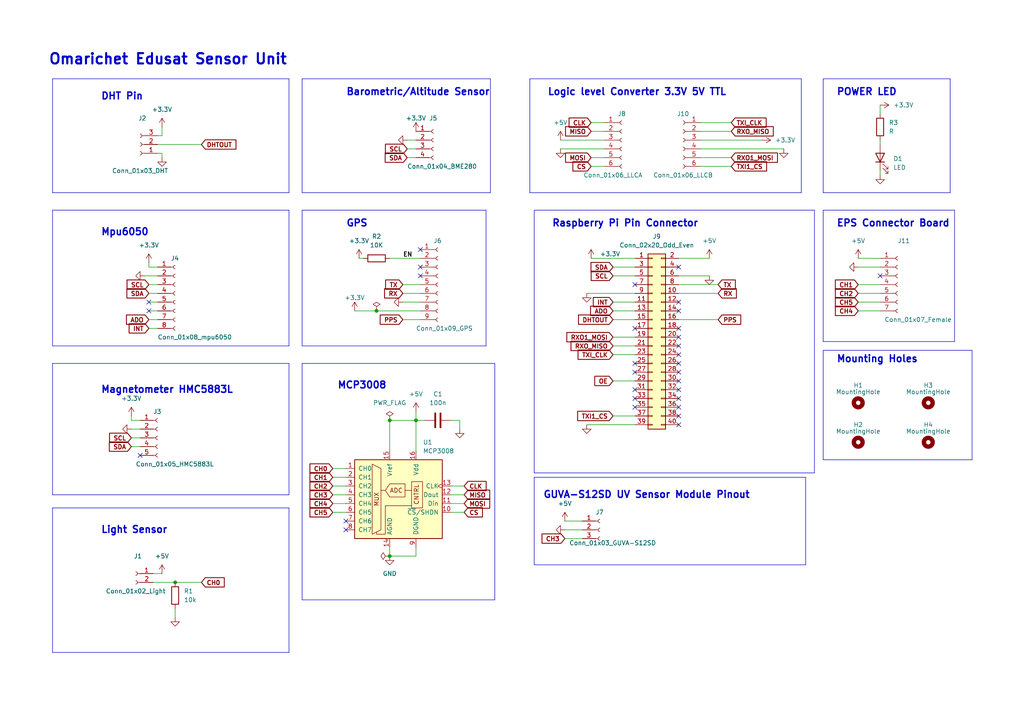
<source format=kicad_sch>
(kicad_sch (version 20230121) (generator eeschema)
  (paper "A4")
  (title_block (title "Edusat Sensor Unit ") (date "2023-01-30") (rev "v1.3") (company "Omarichet.Space") (comment 1 "This design allows for a hands on approach for the learners."))
  (lib_symbols
    (symbol "Analog_ADC:MCP3008" (pin_names (offset 1.016))
      (property "Reference" "U" (at -5.08 13.335 0))
      (property "Value" "MCP3008" (at -5.08 11.43 0))
      (symbol "MCP3008_0_0"
        (text "ADC" (at -0.635 1.27 0) (effects (font (size 1.27 1.27))))
        (text "CNTRL" (at 5.969 -2.921 900) (effects (font (size 1.27 1.27)) (justify left bottom)))
        (text "MUX" (at -6.35 -1.27 900) (effects (font (size 1.27 1.27))))
      )
      (symbol "MCP3008_0_1"
        (polyline (pts (xy -3.81 1.27) (xy -5.08 1.27)))
        (polyline (pts (xy 1.905 1.27) (xy 3.81 1.27)))
        (polyline (pts (xy -7.62 8.89) (xy -7.62 -11.43) (xy -5.08 -10.16) (xy -5.08 7.62) (xy -7.62 8.89)))
        (polyline (pts (xy 3.81 -3.175) (xy -3.81 -3.175) (xy -3.81 -11.43) (xy -6.35 -11.43) (xy -6.35 -10.795)))
        (polyline (pts (xy 1.905 3.175) (xy 1.905 -0.635) (xy -2.54 -0.635) (xy -3.81 1.27) (xy -2.54 3.175) (xy 1.905 3.175)))
        (rectangle (start 3.81 -3.81) (end 6.985 3.81))
        (rectangle (start 12.7 -12.7) (end -12.7 10.16) (stroke (width 0.254)) (fill (type background)))
      )
      (symbol "MCP3008_1_1"
        (pin input line (at -15.24 7.62 0) (length 2.54) (name "CH0") (number "1"))
        (pin input line (at 15.24 -5.08 180) (length 2.54) (name "~{CS}/SHDN") (number "10"))
        (pin input line (at 15.24 -2.54 180) (length 2.54) (name "Din") (number "11"))
        (pin output line (at 15.24 0 180) (length 2.54) (name "Dout") (number "12"))
        (pin input clock (at 15.24 2.54 180) (length 2.54) (name "CLK") (number "13"))
        (pin power_in line (at -2.54 -15.24 90) (length 2.54) (name "AGND") (number "14"))
        (pin power_in line (at -2.54 12.7 270) (length 2.54) (name "Vref") (number "15"))
        (pin power_in line (at 5.08 12.7 270) (length 2.54) (name "Vdd") (number "16"))
        (pin input line (at -15.24 5.08 0) (length 2.54) (name "CH1") (number "2"))
        (pin input line (at -15.24 2.54 0) (length 2.54) (name "CH2") (number "3"))
        (pin input line (at -15.24 0 0) (length 2.54) (name "CH3") (number "4"))
        (pin input line (at -15.24 -2.54 0) (length 2.54) (name "CH4") (number "5"))
        (pin input line (at -15.24 -5.08 0) (length 2.54) (name "CH5") (number "6"))
        (pin input line (at -15.24 -7.62 0) (length 2.54) (name "CH6") (number "7"))
        (pin input line (at -15.24 -10.16 0) (length 2.54) (name "CH7") (number "8"))
        (pin power_in line (at 5.08 -15.24 90) (length 2.54) (name "DGND") (number "9"))
      )
    )
    (symbol "Connector:Conn_01x02_Female" (pin_names (offset 1.016) hide)
      (property "Reference" "J" (at 0 2.54 0))
      (property "Value" "Conn_01x02_Female" (at 0 -5.08 0))
      (symbol "Conn_01x02_Female_1_1"
        (arc (start 0 -2.032) (mid -0.5058 -2.54) (end 0 -3.048) (stroke (width 0.1524)))
        (polyline (pts (xy -1.27 -2.54) (xy -0.508 -2.54)) (stroke (width 0.1524)))
        (polyline (pts (xy -1.27 0) (xy -0.508 0)) (stroke (width 0.1524)))
        (arc (start 0 0.508) (mid -0.5058 0) (end 0 -0.508) (stroke (width 0.1524)))
        (pin passive line (at -5.08 0 0) (length 3.81) (name "Pin_1") (number "1"))
        (pin passive line (at -5.08 -2.54 0) (length 3.81) (name "Pin_2") (number "2"))
      )
    )
    (symbol "Connector:Conn_01x03_Female" (pin_names (offset 1.016) hide)
      (property "Reference" "J" (at 0 5.08 0))
      (property "Value" "Conn_01x03_Female" (at 0 -5.08 0))
      (symbol "Conn_01x03_Female_1_1"
        (arc (start 0 -2.032) (mid -0.5058 -2.54) (end 0 -3.048) (stroke (width 0.1524)))
        (polyline (pts (xy -1.27 -2.54) (xy -0.508 -2.54)) (stroke (width 0.1524)))
        (polyline (pts (xy -1.27 0) (xy -0.508 0)) (stroke (width 0.1524)))
        (polyline (pts (xy -1.27 2.54) (xy -0.508 2.54)) (stroke (width 0.1524)))
        (arc (start 0 0.508) (mid -0.5058 0) (end 0 -0.508) (stroke (width 0.1524)))
        (arc (start 0 3.048) (mid -0.5058 2.54) (end 0 2.032) (stroke (width 0.1524)))
        (pin passive line (at -5.08 2.54 0) (length 3.81) (name "Pin_1") (number "1"))
        (pin passive line (at -5.08 0 0) (length 3.81) (name "Pin_2") (number "2"))
        (pin passive line (at -5.08 -2.54 0) (length 3.81) (name "Pin_3") (number "3"))
      )
    )
    (symbol "Connector:Conn_01x04_Female" (pin_names (offset 1.016) hide)
      (property "Reference" "J" (at 0 5.08 0))
      (property "Value" "Conn_01x04_Female" (at 0 -7.62 0))
      (symbol "Conn_01x04_Female_1_1"
        (arc (start 0 -4.572) (mid -0.5058 -5.08) (end 0 -5.588) (stroke (width 0.1524)))
        (arc (start 0 -2.032) (mid -0.5058 -2.54) (end 0 -3.048) (stroke (width 0.1524)))
        (polyline (pts (xy -1.27 -5.08) (xy -0.508 -5.08)) (stroke (width 0.1524)))
        (polyline (pts (xy -1.27 -2.54) (xy -0.508 -2.54)) (stroke (width 0.1524)))
        (polyline (pts (xy -1.27 0) (xy -0.508 0)) (stroke (width 0.1524)))
        (polyline (pts (xy -1.27 2.54) (xy -0.508 2.54)) (stroke (width 0.1524)))
        (arc (start 0 0.508) (mid -0.5058 0) (end 0 -0.508) (stroke (width 0.1524)))
        (arc (start 0 3.048) (mid -0.5058 2.54) (end 0 2.032) (stroke (width 0.1524)))
        (pin passive line (at -5.08 2.54 0) (length 3.81) (name "Pin_1") (number "1"))
        (pin passive line (at -5.08 0 0) (length 3.81) (name "Pin_2") (number "2"))
        (pin passive line (at -5.08 -2.54 0) (length 3.81) (name "Pin_3") (number "3"))
        (pin passive line (at -5.08 -5.08 0) (length 3.81) (name "Pin_4") (number "4"))
      )
    )
    (symbol "Connector:Conn_01x05_Female" (pin_names (offset 1.016) hide)
      (property "Reference" "J" (at 0 7.62 0))
      (property "Value" "Conn_01x05_Female" (at 0 -7.62 0))
      (symbol "Conn_01x05_Female_1_1"
        (arc (start 0 -4.572) (mid -0.5058 -5.08) (end 0 -5.588) (stroke (width 0.1524)))
        (arc (start 0 -2.032) (mid -0.5058 -2.54) (end 0 -3.048) (stroke (width 0.1524)))
        (polyline (pts (xy -1.27 -5.08) (xy -0.508 -5.08)) (stroke (width 0.1524)))
        (polyline (pts (xy -1.27 -2.54) (xy -0.508 -2.54)) (stroke (width 0.1524)))
        (polyline (pts (xy -1.27 0) (xy -0.508 0)) (stroke (width 0.1524)))
        (polyline (pts (xy -1.27 2.54) (xy -0.508 2.54)) (stroke (width 0.1524)))
        (polyline (pts (xy -1.27 5.08) (xy -0.508 5.08)) (stroke (width 0.1524)))
        (arc (start 0 0.508) (mid -0.5058 0) (end 0 -0.508) (stroke (width 0.1524)))
        (arc (start 0 3.048) (mid -0.5058 2.54) (end 0 2.032) (stroke (width 0.1524)))
        (arc (start 0 5.588) (mid -0.5058 5.08) (end 0 4.572) (stroke (width 0.1524)))
        (pin passive line (at -5.08 5.08 0) (length 3.81) (name "Pin_1") (number "1"))
        (pin passive line (at -5.08 2.54 0) (length 3.81) (name "Pin_2") (number "2"))
        (pin passive line (at -5.08 0 0) (length 3.81) (name "Pin_3") (number "3"))
        (pin passive line (at -5.08 -2.54 0) (length 3.81) (name "Pin_4") (number "4"))
        (pin passive line (at -5.08 -5.08 0) (length 3.81) (name "Pin_5") (number "5"))
      )
    )
    (symbol "Connector:Conn_01x06_Female" (pin_names (offset 1.016) hide)
      (property "Reference" "J" (at 0 7.62 0))
      (property "Value" "Conn_01x06_Female" (at 0 -10.16 0))
      (symbol "Conn_01x06_Female_1_1"
        (arc (start 0 -7.112) (mid -0.5058 -7.62) (end 0 -8.128) (stroke (width 0.1524)))
        (arc (start 0 -4.572) (mid -0.5058 -5.08) (end 0 -5.588) (stroke (width 0.1524)))
        (arc (start 0 -2.032) (mid -0.5058 -2.54) (end 0 -3.048) (stroke (width 0.1524)))
        (polyline (pts (xy -1.27 -7.62) (xy -0.508 -7.62)) (stroke (width 0.1524)))
        (polyline (pts (xy -1.27 -5.08) (xy -0.508 -5.08)) (stroke (width 0.1524)))
        (polyline (pts (xy -1.27 -2.54) (xy -0.508 -2.54)) (stroke (width 0.1524)))
        (polyline (pts (xy -1.27 0) (xy -0.508 0)) (stroke (width 0.1524)))
        (polyline (pts (xy -1.27 2.54) (xy -0.508 2.54)) (stroke (width 0.1524)))
        (polyline (pts (xy -1.27 5.08) (xy -0.508 5.08)) (stroke (width 0.1524)))
        (arc (start 0 0.508) (mid -0.5058 0) (end 0 -0.508) (stroke (width 0.1524)))
        (arc (start 0 3.048) (mid -0.5058 2.54) (end 0 2.032) (stroke (width 0.1524)))
        (arc (start 0 5.588) (mid -0.5058 5.08) (end 0 4.572) (stroke (width 0.1524)))
        (pin passive line (at -5.08 5.08 0) (length 3.81) (name "Pin_1") (number "1"))
        (pin passive line (at -5.08 2.54 0) (length 3.81) (name "Pin_2") (number "2"))
        (pin passive line (at -5.08 0 0) (length 3.81) (name "Pin_3") (number "3"))
        (pin passive line (at -5.08 -2.54 0) (length 3.81) (name "Pin_4") (number "4"))
        (pin passive line (at -5.08 -5.08 0) (length 3.81) (name "Pin_5") (number "5"))
        (pin passive line (at -5.08 -7.62 0) (length 3.81) (name "Pin_6") (number "6"))
      )
    )
    (symbol "Connector:Conn_01x07_Female" (pin_names (offset 1.016) hide)
      (property "Reference" "J" (at 0 10.16 0))
      (property "Value" "Conn_01x07_Female" (at 0 -10.16 0))
      (symbol "Conn_01x07_Female_1_1"
        (arc (start 0 -7.112) (mid -0.5058 -7.62) (end 0 -8.128) (stroke (width 0.1524)))
        (arc (start 0 -4.572) (mid -0.5058 -5.08) (end 0 -5.588) (stroke (width 0.1524)))
        (arc (start 0 -2.032) (mid -0.5058 -2.54) (end 0 -3.048) (stroke (width 0.1524)))
        (polyline (pts (xy -1.27 -7.62) (xy -0.508 -7.62)) (stroke (width 0.1524)))
        (polyline (pts (xy -1.27 -5.08) (xy -0.508 -5.08)) (stroke (width 0.1524)))
        (polyline (pts (xy -1.27 -2.54) (xy -0.508 -2.54)) (stroke (width 0.1524)))
        (polyline (pts (xy -1.27 0) (xy -0.508 0)) (stroke (width 0.1524)))
        (polyline (pts (xy -1.27 2.54) (xy -0.508 2.54)) (stroke (width 0.1524)))
        (polyline (pts (xy -1.27 5.08) (xy -0.508 5.08)) (stroke (width 0.1524)))
        (polyline (pts (xy -1.27 7.62) (xy -0.508 7.62)) (stroke (width 0.1524)))
        (arc (start 0 0.508) (mid -0.5058 0) (end 0 -0.508) (stroke (width 0.1524)))
        (arc (start 0 3.048) (mid -0.5058 2.54) (end 0 2.032) (stroke (width 0.1524)))
        (arc (start 0 5.588) (mid -0.5058 5.08) (end 0 4.572) (stroke (width 0.1524)))
        (arc (start 0 8.128) (mid -0.5058 7.62) (end 0 7.112) (stroke (width 0.1524)))
        (pin passive line (at -5.08 7.62 0) (length 3.81) (name "Pin_1") (number "1"))
        (pin passive line (at -5.08 5.08 0) (length 3.81) (name "Pin_2") (number "2"))
        (pin passive line (at -5.08 2.54 0) (length 3.81) (name "Pin_3") (number "3"))
        (pin passive line (at -5.08 0 0) (length 3.81) (name "Pin_4") (number "4"))
        (pin passive line (at -5.08 -2.54 0) (length 3.81) (name "Pin_5") (number "5"))
        (pin passive line (at -5.08 -5.08 0) (length 3.81) (name "Pin_6") (number "6"))
        (pin passive line (at -5.08 -7.62 0) (length 3.81) (name "Pin_7") (number "7"))
      )
    )
    (symbol "Connector:Conn_01x08_Female" (pin_names (offset 1.016) hide)
      (property "Reference" "J" (at 0 10.16 0))
      (property "Value" "Conn_01x08_Female" (at 0 -12.7 0))
      (symbol "Conn_01x08_Female_1_1"
        (arc (start 0 -9.652) (mid -0.5058 -10.16) (end 0 -10.668) (stroke (width 0.1524)))
        (arc (start 0 -7.112) (mid -0.5058 -7.62) (end 0 -8.128) (stroke (width 0.1524)))
        (arc (start 0 -4.572) (mid -0.5058 -5.08) (end 0 -5.588) (stroke (width 0.1524)))
        (arc (start 0 -2.032) (mid -0.5058 -2.54) (end 0 -3.048) (stroke (width 0.1524)))
        (polyline (pts (xy -1.27 -10.16) (xy -0.508 -10.16)) (stroke (width 0.1524)))
        (polyline (pts (xy -1.27 -7.62) (xy -0.508 -7.62)) (stroke (width 0.1524)))
        (polyline (pts (xy -1.27 -5.08) (xy -0.508 -5.08)) (stroke (width 0.1524)))
        (polyline (pts (xy -1.27 -2.54) (xy -0.508 -2.54)) (stroke (width 0.1524)))
        (polyline (pts (xy -1.27 0) (xy -0.508 0)) (stroke (width 0.1524)))
        (polyline (pts (xy -1.27 2.54) (xy -0.508 2.54)) (stroke (width 0.1524)))
        (polyline (pts (xy -1.27 5.08) (xy -0.508 5.08)) (stroke (width 0.1524)))
        (polyline (pts (xy -1.27 7.62) (xy -0.508 7.62)) (stroke (width 0.1524)))
        (arc (start 0 0.508) (mid -0.5058 0) (end 0 -0.508) (stroke (width 0.1524)))
        (arc (start 0 3.048) (mid -0.5058 2.54) (end 0 2.032) (stroke (width 0.1524)))
        (arc (start 0 5.588) (mid -0.5058 5.08) (end 0 4.572) (stroke (width 0.1524)))
        (arc (start 0 8.128) (mid -0.5058 7.62) (end 0 7.112) (stroke (width 0.1524)))
        (pin passive line (at -5.08 7.62 0) (length 3.81) (name "Pin_1") (number "1"))
        (pin passive line (at -5.08 5.08 0) (length 3.81) (name "Pin_2") (number "2"))
        (pin passive line (at -5.08 2.54 0) (length 3.81) (name "Pin_3") (number "3"))
        (pin passive line (at -5.08 0 0) (length 3.81) (name "Pin_4") (number "4"))
        (pin passive line (at -5.08 -2.54 0) (length 3.81) (name "Pin_5") (number "5"))
        (pin passive line (at -5.08 -5.08 0) (length 3.81) (name "Pin_6") (number "6"))
        (pin passive line (at -5.08 -7.62 0) (length 3.81) (name "Pin_7") (number "7"))
        (pin passive line (at -5.08 -10.16 0) (length 3.81) (name "Pin_8") (number "8"))
      )
    )
    (symbol "Connector:Conn_01x09_Female" (pin_names (offset 1.016) hide)
      (property "Reference" "J" (at 0 12.7 0))
      (property "Value" "Conn_01x09_Female" (at 0 -12.7 0))
      (symbol "Conn_01x09_Female_1_1"
        (arc (start 0 -9.652) (mid -0.5058 -10.16) (end 0 -10.668) (stroke (width 0.1524)))
        (arc (start 0 -7.112) (mid -0.5058 -7.62) (end 0 -8.128) (stroke (width 0.1524)))
        (arc (start 0 -4.572) (mid -0.5058 -5.08) (end 0 -5.588) (stroke (width 0.1524)))
        (arc (start 0 -2.032) (mid -0.5058 -2.54) (end 0 -3.048) (stroke (width 0.1524)))
        (polyline (pts (xy -1.27 -10.16) (xy -0.508 -10.16)) (stroke (width 0.1524)))
        (polyline (pts (xy -1.27 -7.62) (xy -0.508 -7.62)) (stroke (width 0.1524)))
        (polyline (pts (xy -1.27 -5.08) (xy -0.508 -5.08)) (stroke (width 0.1524)))
        (polyline (pts (xy -1.27 -2.54) (xy -0.508 -2.54)) (stroke (width 0.1524)))
        (polyline (pts (xy -1.27 0) (xy -0.508 0)) (stroke (width 0.1524)))
        (polyline (pts (xy -1.27 2.54) (xy -0.508 2.54)) (stroke (width 0.1524)))
        (polyline (pts (xy -1.27 5.08) (xy -0.508 5.08)) (stroke (width 0.1524)))
        (polyline (pts (xy -1.27 7.62) (xy -0.508 7.62)) (stroke (width 0.1524)))
        (polyline (pts (xy -1.27 10.16) (xy -0.508 10.16)) (stroke (width 0.1524)))
        (arc (start 0 0.508) (mid -0.5058 0) (end 0 -0.508) (stroke (width 0.1524)))
        (arc (start 0 3.048) (mid -0.5058 2.54) (end 0 2.032) (stroke (width 0.1524)))
        (arc (start 0 5.588) (mid -0.5058 5.08) (end 0 4.572) (stroke (width 0.1524)))
        (arc (start 0 8.128) (mid -0.5058 7.62) (end 0 7.112) (stroke (width 0.1524)))
        (arc (start 0 10.668) (mid -0.5058 10.16) (end 0 9.652) (stroke (width 0.1524)))
        (pin passive line (at -5.08 10.16 0) (length 3.81) (name "Pin_1") (number "1"))
        (pin passive line (at -5.08 7.62 0) (length 3.81) (name "Pin_2") (number "2"))
        (pin passive line (at -5.08 5.08 0) (length 3.81) (name "Pin_3") (number "3"))
        (pin passive line (at -5.08 2.54 0) (length 3.81) (name "Pin_4") (number "4"))
        (pin passive line (at -5.08 0 0) (length 3.81) (name "Pin_5") (number "5"))
        (pin passive line (at -5.08 -2.54 0) (length 3.81) (name "Pin_6") (number "6"))
        (pin passive line (at -5.08 -5.08 0) (length 3.81) (name "Pin_7") (number "7"))
        (pin passive line (at -5.08 -7.62 0) (length 3.81) (name "Pin_8") (number "8"))
        (pin passive line (at -5.08 -10.16 0) (length 3.81) (name "Pin_9") (number "9"))
      )
    )
    (symbol "Connector_Generic:Conn_02x20_Odd_Even" (pin_names (offset 1.016) hide)
      (property "Reference" "J" (at 1.27 25.4 0))
      (property "Value" "Conn_02x20_Odd_Even" (at 1.27 -27.94 0))
      (symbol "Conn_02x20_Odd_Even_1_1"
        (rectangle (start -1.27 -25.273) (end 0 -25.527) (stroke (width 0.1524)))
        (rectangle (start -1.27 -22.733) (end 0 -22.987) (stroke (width 0.1524)))
        (rectangle (start -1.27 -20.193) (end 0 -20.447) (stroke (width 0.1524)))
        (rectangle (start -1.27 -17.653) (end 0 -17.907) (stroke (width 0.1524)))
        (rectangle (start -1.27 -15.113) (end 0 -15.367) (stroke (width 0.1524)))
        (rectangle (start -1.27 -12.573) (end 0 -12.827) (stroke (width 0.1524)))
        (rectangle (start -1.27 -10.033) (end 0 -10.287) (stroke (width 0.1524)))
        (rectangle (start -1.27 -7.493) (end 0 -7.747) (stroke (width 0.1524)))
        (rectangle (start -1.27 -4.953) (end 0 -5.207) (stroke (width 0.1524)))
        (rectangle (start -1.27 -2.413) (end 0 -2.667) (stroke (width 0.1524)))
        (rectangle (start -1.27 0.127) (end 0 -0.127) (stroke (width 0.1524)))
        (rectangle (start -1.27 2.667) (end 0 2.413) (stroke (width 0.1524)))
        (rectangle (start -1.27 5.207) (end 0 4.953) (stroke (width 0.1524)))
        (rectangle (start -1.27 7.747) (end 0 7.493) (stroke (width 0.1524)))
        (rectangle (start -1.27 10.287) (end 0 10.033) (stroke (width 0.1524)))
        (rectangle (start -1.27 12.827) (end 0 12.573) (stroke (width 0.1524)))
        (rectangle (start -1.27 15.367) (end 0 15.113) (stroke (width 0.1524)))
        (rectangle (start -1.27 17.907) (end 0 17.653) (stroke (width 0.1524)))
        (rectangle (start -1.27 20.447) (end 0 20.193) (stroke (width 0.1524)))
        (rectangle (start -1.27 22.987) (end 0 22.733) (stroke (width 0.1524)))
        (rectangle (start -1.27 24.13) (end 3.81 -26.67) (stroke (width 0.254)) (fill (type background)))
        (rectangle (start 3.81 -25.273) (end 2.54 -25.527) (stroke (width 0.1524)))
        (rectangle (start 3.81 -22.733) (end 2.54 -22.987) (stroke (width 0.1524)))
        (rectangle (start 3.81 -20.193) (end 2.54 -20.447) (stroke (width 0.1524)))
        (rectangle (start 3.81 -17.653) (end 2.54 -17.907) (stroke (width 0.1524)))
        (rectangle (start 3.81 -15.113) (end 2.54 -15.367) (stroke (width 0.1524)))
        (rectangle (start 3.81 -12.573) (end 2.54 -12.827) (stroke (width 0.1524)))
        (rectangle (start 3.81 -10.033) (end 2.54 -10.287) (stroke (width 0.1524)))
        (rectangle (start 3.81 -7.493) (end 2.54 -7.747) (stroke (width 0.1524)))
        (rectangle (start 3.81 -4.953) (end 2.54 -5.207) (stroke (width 0.1524)))
        (rectangle (start 3.81 -2.413) (end 2.54 -2.667) (stroke (width 0.1524)))
        (rectangle (start 3.81 0.127) (end 2.54 -0.127) (stroke (width 0.1524)))
        (rectangle (start 3.81 2.667) (end 2.54 2.413) (stroke (width 0.1524)))
        (rectangle (start 3.81 5.207) (end 2.54 4.953) (stroke (width 0.1524)))
        (rectangle (start 3.81 7.747) (end 2.54 7.493) (stroke (width 0.1524)))
        (rectangle (start 3.81 10.287) (end 2.54 10.033) (stroke (width 0.1524)))
        (rectangle (start 3.81 12.827) (end 2.54 12.573) (stroke (width 0.1524)))
        (rectangle (start 3.81 15.367) (end 2.54 15.113) (stroke (width 0.1524)))
        (rectangle (start 3.81 17.907) (end 2.54 17.653) (stroke (width 0.1524)))
        (rectangle (start 3.81 20.447) (end 2.54 20.193) (stroke (width 0.1524)))
        (rectangle (start 3.81 22.987) (end 2.54 22.733) (stroke (width 0.1524)))
        (pin passive line (at -5.08 22.86 0) (length 3.81) (name "Pin_1") (number "1"))
        (pin passive line (at 7.62 12.7 180) (length 3.81) (name "Pin_10") (number "10"))
        (pin passive line (at -5.08 10.16 0) (length 3.81) (name "Pin_11") (number "11"))
        (pin passive line (at 7.62 10.16 180) (length 3.81) (name "Pin_12") (number "12"))
        (pin passive line (at -5.08 7.62 0) (length 3.81) (name "Pin_13") (number "13"))
        (pin passive line (at 7.62 7.62 180) (length 3.81) (name "Pin_14") (number "14"))
        (pin passive line (at -5.08 5.08 0) (length 3.81) (name "Pin_15") (number "15"))
        (pin passive line (at 7.62 5.08 180) (length 3.81) (name "Pin_16") (number "16"))
        (pin passive line (at -5.08 2.54 0) (length 3.81) (name "Pin_17") (number "17"))
        (pin passive line (at 7.62 2.54 180) (length 3.81) (name "Pin_18") (number "18"))
        (pin passive line (at -5.08 0 0) (length 3.81) (name "Pin_19") (number "19"))
        (pin passive line (at 7.62 22.86 180) (length 3.81) (name "Pin_2") (number "2"))
        (pin passive line (at 7.62 0 180) (length 3.81) (name "Pin_20") (number "20"))
        (pin passive line (at -5.08 -2.54 0) (length 3.81) (name "Pin_21") (number "21"))
        (pin passive line (at 7.62 -2.54 180) (length 3.81) (name "Pin_22") (number "22"))
        (pin passive line (at -5.08 -5.08 0) (length 3.81) (name "Pin_23") (number "23"))
        (pin passive line (at 7.62 -5.08 180) (length 3.81) (name "Pin_24") (number "24"))
        (pin passive line (at -5.08 -7.62 0) (length 3.81) (name "Pin_25") (number "25"))
        (pin passive line (at 7.62 -7.62 180) (length 3.81) (name "Pin_26") (number "26"))
        (pin passive line (at -5.08 -10.16 0) (length 3.81) (name "Pin_27") (number "27"))
        (pin passive line (at 7.62 -10.16 180) (length 3.81) (name "Pin_28") (number "28"))
        (pin passive line (at -5.08 -12.7 0) (length 3.81) (name "Pin_29") (number "29"))
        (pin passive line (at -5.08 20.32 0) (length 3.81) (name "Pin_3") (number "3"))
        (pin passive line (at 7.62 -12.7 180) (length 3.81) (name "Pin_30") (number "30"))
        (pin passive line (at -5.08 -15.24 0) (length 3.81) (name "Pin_31") (number "31"))
        (pin passive line (at 7.62 -15.24 180) (length 3.81) (name "Pin_32") (number "32"))
        (pin passive line (at -5.08 -17.78 0) (length 3.81) (name "Pin_33") (number "33"))
        (pin passive line (at 7.62 -17.78 180) (length 3.81) (name "Pin_34") (number "34"))
        (pin passive line (at -5.08 -20.32 0) (length 3.81) (name "Pin_35") (number "35"))
        (pin passive line (at 7.62 -20.32 180) (length 3.81) (name "Pin_36") (number "36"))
        (pin passive line (at -5.08 -22.86 0) (length 3.81) (name "Pin_37") (number "37"))
        (pin passive line (at 7.62 -22.86 180) (length 3.81) (name "Pin_38") (number "38"))
        (pin passive line (at -5.08 -25.4 0) (length 3.81) (name "Pin_39") (number "39"))
        (pin passive line (at 7.62 20.32 180) (length 3.81) (name "Pin_4") (number "4"))
        (pin passive line (at 7.62 -25.4 180) (length 3.81) (name "Pin_40") (number "40"))
        (pin passive line (at -5.08 17.78 0) (length 3.81) (name "Pin_5") (number "5"))
        (pin passive line (at 7.62 17.78 180) (length 3.81) (name "Pin_6") (number "6"))
        (pin passive line (at -5.08 15.24 0) (length 3.81) (name "Pin_7") (number "7"))
        (pin passive line (at 7.62 15.24 180) (length 3.81) (name "Pin_8") (number "8"))
        (pin passive line (at -5.08 12.7 0) (length 3.81) (name "Pin_9") (number "9"))
      )
    )
    (symbol "Device:C" (pin_numbers hide) (pin_names (offset 0.254))
      (property "Reference" "C" (at 0.635 2.54 0))
      (property "Value" "C" (at 0.635 -2.54 0))
      (symbol "C_0_1"
        (polyline (pts (xy -2.032 -0.762) (xy 2.032 -0.762)) (stroke (width 0.508)))
        (polyline (pts (xy -2.032 0.762) (xy 2.032 0.762)) (stroke (width 0.508)))
      )
      (symbol "C_1_1"
        (pin passive line (at 0 3.81 270) (length 2.794) (name "~") (number "1"))
        (pin passive line (at 0 -3.81 90) (length 2.794) (name "~") (number "2"))
      )
    )
    (symbol "Device:LED" (pin_numbers hide) (pin_names (offset 1.016) hide)
      (property "Reference" "D" (at 0 2.54 0))
      (property "Value" "LED" (at 0 -2.54 0))
      (symbol "LED_0_1"
        (polyline (pts (xy -1.27 -1.27) (xy -1.27 1.27)) (stroke (width 0.254)))
        (polyline (pts (xy -1.27 0) (xy 1.27 0)))
        (polyline (pts (xy 1.27 -1.27) (xy 1.27 1.27) (xy -1.27 0) (xy 1.27 -1.27)) (stroke (width 0.254)))
        (polyline (pts (xy -3.048 -0.762) (xy -4.572 -2.286) (xy -3.81 -2.286) (xy -4.572 -2.286) (xy -4.572 -1.524)))
        (polyline (pts (xy -1.778 -0.762) (xy -3.302 -2.286) (xy -2.54 -2.286) (xy -3.302 -2.286) (xy -3.302 -1.524)))
      )
      (symbol "LED_1_1"
        (pin passive line (at -3.81 0 0) (length 2.54) (name "K") (number "1"))
        (pin passive line (at 3.81 0 180) (length 2.54) (name "A") (number "2"))
      )
    )
    (symbol "Device:R" (pin_numbers hide) (pin_names (offset 0))
      (property "Reference" "R" (at 2.032 0 90))
      (property "Value" "R" (at 0 0 90))
      (symbol "R_0_1"
        (rectangle (start -1.016 -2.54) (end 1.016 2.54) (stroke (width 0.254)))
      )
      (symbol "R_1_1"
        (pin passive line (at 0 3.81 270) (length 1.27) (name "~") (number "1"))
        (pin passive line (at 0 -3.81 90) (length 1.27) (name "~") (number "2"))
      )
    )
    (symbol "Mechanical:MountingHole" (pin_names (offset 1.016))
      (property "Reference" "H" (at 0 5.08 0))
      (property "Value" "MountingHole" (at 0 3.175 0))
      (symbol "MountingHole_0_1"
        (circle (center 0 0) (radius 1.27) (stroke (width 1.27)))
      )
    )
    (symbol "power:+3.3V" (power) (pin_names (offset 0))
      (property "Value" "+3.3V" (at 0 3.556 0))
      (symbol "+3.3V_0_1"
        (polyline (pts (xy -0.762 1.27) (xy 0 2.54)))
        (polyline (pts (xy 0 0) (xy 0 2.54)))
        (polyline (pts (xy 0 2.54) (xy 0.762 1.27)))
      )
      (symbol "+3.3V_1_1"
        (pin power_in line (at 0 0 90) (length 0) hide (name "+3.3V") (number "1"))
      )
    )
    (symbol "power:+5V" (power) (pin_names (offset 0))
      (property "Value" "+5V" (at 0 3.556 0))
      (symbol "+5V_0_1"
        (polyline (pts (xy -0.762 1.27) (xy 0 2.54)))
        (polyline (pts (xy 0 0) (xy 0 2.54)))
        (polyline (pts (xy 0 2.54) (xy 0.762 1.27)))
      )
      (symbol "+5V_1_1"
        (pin power_in line (at 0 0 90) (length 0) hide (name "+5V") (number "1"))
      )
    )
    (symbol "power:GND" (power) (pin_names (offset 0))
      (property "Value" "GND" (at 0 -3.81 0))
      (symbol "GND_0_1"
        (polyline (pts (xy 0 0) (xy 0 -1.27) (xy 1.27 -1.27) (xy 0 -2.54) (xy -1.27 -1.27) (xy 0 -1.27)))
      )
      (symbol "GND_1_1"
        (pin power_in line (at 0 0 270) (length 0) hide (name "GND") (number "1"))
      )
    )
    (symbol "power:PWR_FLAG" (power) (pin_numbers hide) (pin_names (offset 0) hide)
      (property "Value" "PWR_FLAG" (at 0 3.81 0))
      (symbol "PWR_FLAG_0_0"
        (pin power_out line (at 0 0 90) (length 0) (name "pwr") (number "1"))
      )
      (symbol "PWR_FLAG_0_1"
        (polyline (pts (xy 0 0) (xy 0 1.27) (xy -1.016 1.905) (xy 0 2.54) (xy 1.016 1.905) (xy 0 1.27)))
      )
    )
  )
  (junction (at 109.22 90.17))
  (junction (at 113.03 121.92))
  (junction (at 120.65 121.92))
  (junction (at 113.03 161.29))
  (junction (at 50.8 168.91))
  (no_connect (at 121.92 72.39))
  (no_connect (at 121.92 77.47))
  (no_connect (at 121.92 80.01))
  (no_connect (at 196.85 113.03))
  (no_connect (at 196.85 120.65))
  (no_connect (at 196.85 107.95))
  (no_connect (at 100.33 153.67))
  (no_connect (at 100.33 151.13))
  (no_connect (at 40.64 132.08))
  (no_connect (at 196.85 118.11))
  (no_connect (at 196.85 102.87))
  (no_connect (at 196.85 90.17))
  (no_connect (at 184.15 118.11))
  (no_connect (at 184.15 95.25))
  (no_connect (at 196.85 123.19))
  (no_connect (at 184.15 107.95))
  (no_connect (at 196.85 95.25))
  (no_connect (at 196.85 110.49))
  (no_connect (at 196.85 115.57))
  (no_connect (at 196.85 100.33))
  (no_connect (at 196.85 87.63))
  (no_connect (at 43.18 90.17))
  (no_connect (at 43.18 87.63))
  (no_connect (at 184.15 82.55))
  (no_connect (at 184.15 113.03))
  (no_connect (at 184.15 105.41))
  (no_connect (at 196.85 105.41))
  (no_connect (at 196.85 77.47))
  (no_connect (at 255.27 80.01))
  (no_connect (at 184.15 115.57))
  (no_connect (at 196.85 97.79))
  (polyline (pts (xy 83.82 100.33) (xy 15.24 100.33)))
  (wire (pts (xy 130.81 140.97) (xy 134.62 140.97)))
  (polyline (pts (xy 281.94 133.35) (xy 238.76 133.35)))
  (wire (pts (xy 96.52 140.97) (xy 100.33 140.97)))
  (wire (pts (xy 38.1 120.65) (xy 38.1 121.92)))
  (polyline (pts (xy 143.51 173.99) (xy 87.63 173.99)))
  (wire (pts (xy 43.18 87.63) (xy 45.72 87.63)))
  (polyline (pts (xy 87.63 100.33) (xy 140.97 100.33)))
  (polyline (pts (xy 153.67 55.88) (xy 232.41 55.88)))
  (wire (pts (xy 177.8 90.17) (xy 184.15 90.17)))
  (wire (pts (xy 43.18 90.17) (xy 45.72 90.17)))
  (wire (pts (xy 177.8 80.01) (xy 184.15 80.01)))
  (wire (pts (xy 248.92 74.93) (xy 255.27 74.93)))
  (polyline (pts (xy 238.76 101.6) (xy 281.94 101.6)))
  (wire (pts (xy 130.81 146.05) (xy 134.62 146.05)))
  (wire (pts (xy 177.8 100.33) (xy 184.15 100.33)))
  (wire (pts (xy 43.18 92.71) (xy 45.72 92.71)))
  (polyline (pts (xy 83.82 147.32) (xy 83.82 189.23)))
  (polyline (pts (xy 238.76 22.86) (xy 275.59 22.86)))
  (wire (pts (xy 118.11 43.18) (xy 120.65 43.18)))
  (wire (pts (xy 171.45 35.56) (xy 175.26 35.56)))
  (wire (pts (xy 133.35 121.92) (xy 133.35 124.46)))
  (wire (pts (xy 38.1 121.92) (xy 40.64 121.92)))
  (wire (pts (xy 170.18 123.19) (xy 184.15 123.19)))
  (wire (pts (xy 130.81 148.59) (xy 134.62 148.59)))
  (polyline (pts (xy 238.76 55.88) (xy 275.59 55.88)))
  (wire (pts (xy 113.03 161.29) (xy 120.65 161.29)))
  (wire (pts (xy 96.52 143.51) (xy 100.33 143.51)))
  (polyline (pts (xy 87.63 60.96) (xy 140.97 60.96)))
  (polyline (pts (xy 140.97 100.33) (xy 140.97 60.96)))
  (wire (pts (xy 96.52 146.05) (xy 100.33 146.05)))
  (polyline (pts (xy 276.86 60.96) (xy 276.86 99.06)))
  (wire (pts (xy 96.52 135.89) (xy 100.33 135.89)))
  (polyline (pts (xy 154.94 60.96) (xy 154.94 137.16)))
  (wire (pts (xy 38.1 127) (xy 40.64 127)))
  (wire (pts (xy 203.2 35.56) (xy 212.09 35.56)))
  (wire (pts (xy 248.92 77.47) (xy 255.27 77.47)))
  (polyline (pts (xy 238.76 22.86) (xy 238.76 55.88)))
  (wire (pts (xy 50.8 168.91) (xy 58.42 168.91)))
  (wire (pts (xy 203.2 38.1) (xy 212.09 38.1)))
  (polyline (pts (xy 238.76 101.6) (xy 238.76 133.35)))
  (wire (pts (xy 44.45 168.91) (xy 50.8 168.91)))
  (wire (pts (xy 43.18 82.55) (xy 45.72 82.55)))
  (wire (pts (xy 38.1 129.54) (xy 40.64 129.54)))
  (wire (pts (xy 113.03 158.75) (xy 113.03 161.29)))
  (wire (pts (xy 255.27 49.53) (xy 255.27 50.8)))
  (polyline (pts (xy 233.68 163.83) (xy 233.68 138.43)))
  (wire (pts (xy 130.81 143.51) (xy 134.62 143.51)))
  (wire (pts (xy 177.8 77.47) (xy 184.15 77.47)))
  (polyline (pts (xy 87.63 60.96) (xy 87.63 100.33)))
  (polyline (pts (xy 236.22 137.16) (xy 154.94 137.16)))
  (wire (pts (xy 113.03 74.93) (xy 121.92 74.93)))
  (wire (pts (xy 120.65 161.29) (xy 120.65 158.75)))
  (wire (pts (xy 120.65 121.92) (xy 120.65 130.81)))
  (wire (pts (xy 163.83 151.13) (xy 168.91 151.13)))
  (polyline (pts (xy 276.86 99.06) (xy 238.76 99.06)))
  (polyline (pts (xy 281.94 101.6) (xy 281.94 133.35)))
  (wire (pts (xy 96.52 138.43) (xy 100.33 138.43)))
  (polyline (pts (xy 142.24 22.86) (xy 87.63 22.86)))
  (polyline (pts (xy 15.24 105.41) (xy 83.82 105.41)))
  (wire (pts (xy 248.92 85.09) (xy 255.27 85.09)))
  (wire (pts (xy 45.72 44.45) (xy 46.99 44.45)))
  (wire (pts (xy 171.45 74.93) (xy 184.15 74.93)))
  (polyline (pts (xy 83.82 60.96) (xy 83.82 100.33)))
  (wire (pts (xy 120.65 119.38) (xy 120.65 121.92)))
  (wire (pts (xy 44.45 166.37) (xy 46.99 166.37)))
  (wire (pts (xy 177.8 120.65) (xy 184.15 120.65)))
  (polyline (pts (xy 154.94 163.83) (xy 233.68 163.83)))
  (polyline (pts (xy 15.24 60.96) (xy 15.24 100.33)))
  (polyline (pts (xy 15.24 22.86) (xy 83.82 22.86)))
  (polyline (pts (xy 238.76 60.96) (xy 238.76 99.06)))
  (wire (pts (xy 177.8 97.79) (xy 184.15 97.79)))
  (wire (pts (xy 58.42 41.91) (xy 45.72 41.91)))
  (wire (pts (xy 116.84 82.55) (xy 121.92 82.55)))
  (wire (pts (xy 104.14 74.93) (xy 105.41 74.93)))
  (wire (pts (xy 196.85 80.01) (xy 205.74 80.01)))
  (wire (pts (xy 116.84 87.63) (xy 121.92 87.63)))
  (wire (pts (xy 41.91 80.01) (xy 45.72 80.01)))
  (polyline (pts (xy 87.63 55.88) (xy 142.24 55.88)))
  (polyline (pts (xy 154.94 138.43) (xy 233.68 138.43)))
  (polyline (pts (xy 87.63 105.41) (xy 143.51 105.41)))
  (polyline (pts (xy 236.22 60.96) (xy 236.22 137.16)))
  (wire (pts (xy 203.2 43.18) (xy 227.33 43.18)))
  (wire (pts (xy 102.87 90.17) (xy 109.22 90.17)))
  (wire (pts (xy 163.83 153.67) (xy 168.91 153.67)))
  (wire (pts (xy 43.18 85.09) (xy 45.72 85.09)))
  (wire (pts (xy 255.27 40.64) (xy 255.27 41.91)))
  (wire (pts (xy 203.2 48.26) (xy 212.09 48.26)))
  (polyline (pts (xy 15.24 105.41) (xy 15.24 143.51)))
  (polyline (pts (xy 15.24 22.86) (xy 15.24 55.88)))
  (wire (pts (xy 162.56 43.18) (xy 175.26 43.18)))
  (wire (pts (xy 248.92 87.63) (xy 255.27 87.63)))
  (wire (pts (xy 116.84 92.71) (xy 121.92 92.71)))
  (wire (pts (xy 109.22 90.17) (xy 121.92 90.17)))
  (wire (pts (xy 43.18 95.25) (xy 45.72 95.25)))
  (polyline (pts (xy 232.41 55.88) (xy 232.41 22.86)))
  (wire (pts (xy 196.85 82.55) (xy 208.28 82.55)))
  (wire (pts (xy 162.56 40.64) (xy 175.26 40.64)))
  (wire (pts (xy 203.2 40.64) (xy 220.98 40.64)))
  (wire (pts (xy 118.11 40.64) (xy 120.65 40.64)))
  (wire (pts (xy 255.27 30.48) (xy 255.27 33.02)))
  (polyline (pts (xy 154.94 60.96) (xy 236.22 60.96)))
  (wire (pts (xy 196.85 85.09) (xy 208.28 85.09)))
  (polyline (pts (xy 87.63 105.41) (xy 87.63 173.99)))
  (wire (pts (xy 116.84 85.09) (xy 121.92 85.09)))
  (wire (pts (xy 113.03 130.81) (xy 113.03 121.92)))
  (wire (pts (xy 203.2 45.72) (xy 212.09 45.72)))
  (wire (pts (xy 130.81 121.92) (xy 133.35 121.92)))
  (wire (pts (xy 46.99 39.37) (xy 45.72 39.37)))
  (polyline (pts (xy 15.24 60.96) (xy 83.82 60.96)))
  (wire (pts (xy 177.8 110.49) (xy 184.15 110.49)))
  (polyline (pts (xy 15.24 147.32) (xy 15.24 189.23)))
  (polyline (pts (xy 83.82 105.41) (xy 83.82 143.51)))
  (wire (pts (xy 43.18 76.2) (xy 43.18 77.47)))
  (polyline (pts (xy 83.82 143.51) (xy 15.24 143.51)))
  (wire (pts (xy 163.83 156.21) (xy 168.91 156.21)))
  (polyline (pts (xy 83.82 22.86) (xy 83.82 55.88)))
  (wire (pts (xy 113.03 121.92) (xy 120.65 121.92)))
  (wire (pts (xy 177.8 92.71) (xy 184.15 92.71)))
  (wire (pts (xy 46.99 36.83) (xy 46.99 39.37)))
  (polyline (pts (xy 142.24 55.88) (xy 142.24 22.86)))
  (polyline (pts (xy 87.63 22.86) (xy 87.63 55.88)))
  (wire (pts (xy 118.11 45.72) (xy 120.65 45.72)))
  (wire (pts (xy 43.18 77.47) (xy 45.72 77.47)))
  (polyline (pts (xy 15.24 147.32) (xy 83.82 147.32)))
  (polyline (pts (xy 83.82 55.88) (xy 15.24 55.88)))
  (wire (pts (xy 196.85 74.93) (xy 205.74 74.93)))
  (wire (pts (xy 96.52 148.59) (xy 100.33 148.59)))
  (wire (pts (xy 248.92 82.55) (xy 255.27 82.55)))
  (wire (pts (xy 170.18 85.09) (xy 184.15 85.09)))
  (polyline (pts (xy 154.94 138.43) (xy 154.94 163.83)))
  (wire (pts (xy 50.8 176.53) (xy 50.8 179.07)))
  (wire (pts (xy 171.45 38.1) (xy 175.26 38.1)))
  (polyline (pts (xy 275.59 55.88) (xy 275.59 22.86)))
  (wire (pts (xy 38.1 124.46) (xy 40.64 124.46)))
  (wire (pts (xy 171.45 48.26) (xy 175.26 48.26)))
  (wire (pts (xy 196.85 92.71) (xy 208.28 92.71)))
  (polyline (pts (xy 153.67 22.86) (xy 153.67 55.88)))
  (polyline (pts (xy 153.67 22.86) (xy 232.41 22.86)))
  (wire (pts (xy 120.65 121.92) (xy 123.19 121.92)))
  (wire (pts (xy 248.92 90.17) (xy 255.27 90.17)))
  (wire (pts (xy 177.8 102.87) (xy 184.15 102.87)))
  (polyline (pts (xy 238.76 60.96) (xy 276.86 60.96)))
  (polyline (pts (xy 83.82 189.23) (xy 15.24 189.23)))
  (polyline (pts (xy 143.51 105.41) (xy 143.51 173.99)))
  (wire (pts (xy 46.99 44.45) (xy 46.99 45.72)))
  (wire (pts (xy 171.45 45.72) (xy 175.26 45.72)))
  (wire (pts (xy 177.8 87.63) (xy 184.15 87.63)))
  (text "Light Sensor" (at 29.21 154.94 0) (effects (font (size 2 2) bold) (justify left bottom)))
  (text "Omarichet Edusat Sensor Unit" (at 13.97 19.05 0) (effects (font (size 3 3) bold) (justify left bottom)))
  (text "GUVA-S12SD UV Sensor Module Pinout" (at 157.48 144.78 0) (effects (font (size 2 2) bold) (justify left bottom)))
  (text "POWER LED" (at 242.57 27.94 0) (effects (font (size 2 2) (thickness 0.4) bold) (justify left bottom)))
  (text "GPS" (at 100.33 66.04 0) (effects (font (size 2 2) bold) (justify left bottom)))
  (text "MCP3008" (at 97.79 113.03 0) (effects (font (size 2 2) bold) (justify left bottom)))
  (text "Barometric/Altitude Sensor" (at 100.33 27.94 0) (effects (font (size 2 2) bold) (justify left bottom)))
  (text "Mpu6050" (at 29.21 68.58 0) (effects (font (size 2 2) bold) (justify left bottom)))
  (text "Raspberry Pi Pin Connector" (at 160.02 66.04 0) (effects (font (size 2 2) bold) (justify left bottom)))
  (text "Logic level Converter 3.3V 5V TTL" (at 158.75 27.94 0) (effects (font (size 2 2) bold) (justify left bottom)))
  (text "Magnetometer HMC5883L" (at 29.21 114.3 0) (effects (font (size 2 2) bold) (justify left bottom)))
  (text "EPS Connector Board" (at 242.57 66.04 0) (effects (font (size 2 2) (thickness 0.4) bold) (justify left bottom)))
  (text "Mounting Holes" (at 242.57 105.41 0) (effects (font (size 2 2) bold) (justify left bottom)))
  (text "DHT Pin" (at 29.21 29.21 0) (effects (font (size 2 2) bold) (justify left bottom)))
  (label "EN" (at 116.84 74.93 0) (effects (font bold)))
  (global_label "MOSI" (shape input) (at 134.62 146.05 0) (effects (font bold)) (property "Intersheetrefs" "${INTERSHEET_REFS}" (effects hide)))
  (global_label "TXI1_CS" (shape input) (at 177.8 120.65 180) (effects (font bold)) (property "Intersheetrefs" "${INTERSHEET_REFS}" (effects hide)))
  (global_label "TXI1_CS" (shape input) (at 212.09 48.26 0) (effects (font bold)) (property "Intersheetrefs" "${INTERSHEET_REFS}" (effects hide)))
  (global_label "CH3" (shape input) (at 163.83 156.21 180) (effects (font bold)) (property "Intersheetrefs" "${INTERSHEET_REFS}" (effects hide)))
  (global_label "CH5" (shape input) (at 248.92 87.63 180) (effects (font bold)) (property "Intersheetrefs" "${INTERSHEET_REFS}" (effects hide)))
  (global_label "CH4" (shape input) (at 248.92 90.17 180) (effects (font bold)) (property "Intersheetrefs" "${INTERSHEET_REFS}" (effects hide)))
  (global_label "CLK" (shape input) (at 134.62 140.97 0) (effects (font bold)) (property "Intersheetrefs" "${INTERSHEET_REFS}" (effects hide)))
  (global_label "TXI_CLK" (shape input) (at 177.8 102.87 180) (effects (font bold)) (property "Intersheetrefs" "${INTERSHEET_REFS}" (effects hide)))
  (global_label "SCL" (shape input) (at 38.1 127 180) (effects (font bold)) (property "Intersheetrefs" "${INTERSHEET_REFS}" (effects hide)))
  (global_label "CH1" (shape input) (at 248.92 82.55 180) (effects (font bold)) (property "Intersheetrefs" "${INTERSHEET_REFS}" (effects hide)))
  (global_label "SDA" (shape input) (at 38.1 129.54 180) (effects (font bold)) (property "Intersheetrefs" "${INTERSHEET_REFS}" (effects hide)))
  (global_label "MISO" (shape input) (at 134.62 143.51 0) (effects (font bold)) (property "Intersheetrefs" "${INTERSHEET_REFS}" (effects hide)))
  (global_label "RXO1_MOSI" (shape input) (at 177.8 97.79 180) (effects (font bold)) (property "Intersheetrefs" "${INTERSHEET_REFS}" (effects hide)))
  (global_label "CH4" (shape input) (at 96.52 146.05 180) (effects (font bold)) (property "Intersheetrefs" "${INTERSHEET_REFS}" (effects hide)))
  (global_label "RX" (shape input) (at 208.28 85.09 0) (effects (font bold)) (property "Intersheetrefs" "${INTERSHEET_REFS}" (effects hide)))
  (global_label "SDA" (shape input) (at 118.11 45.72 180) (effects (font bold)) (property "Intersheetrefs" "${INTERSHEET_REFS}" (effects hide)))
  (global_label "MOSI" (shape input) (at 171.45 45.72 180) (effects (font bold)) (property "Intersheetrefs" "${INTERSHEET_REFS}" (effects hide)))
  (global_label "SCL" (shape input) (at 177.8 80.01 180) (effects (font bold)) (property "Intersheetrefs" "${INTERSHEET_REFS}" (effects hide)))
  (global_label "MISO" (shape input) (at 171.45 38.1 180) (effects (font bold)) (property "Intersheetrefs" "${INTERSHEET_REFS}" (effects hide)))
  (global_label "RXO1_MOSI" (shape input) (at 212.09 45.72 0) (effects (font bold)) (property "Intersheetrefs" "${INTERSHEET_REFS}" (effects hide)))
  (global_label "PPS" (shape input) (at 208.28 92.71 0) (effects (font bold)) (property "Intersheetrefs" "${INTERSHEET_REFS}" (effects hide)))
  (global_label "CS" (shape input) (at 134.62 148.59 0) (effects (font bold)) (property "Intersheetrefs" "${INTERSHEET_REFS}" (effects hide)))
  (global_label "OE" (shape input) (at 177.8 110.49 180) (effects (font (thickness 0.254) bold)) (property "Intersheetrefs" "${INTERSHEET_REFS}" (effects hide)))
  (global_label "CS" (shape input) (at 171.45 48.26 180) (effects (font bold)) (property "Intersheetrefs" "${INTERSHEET_REFS}" (effects hide)))
  (global_label "CH2" (shape input) (at 96.52 140.97 180) (effects (font bold)) (property "Intersheetrefs" "${INTERSHEET_REFS}" (effects hide)))
  (global_label "PPS" (shape input) (at 116.84 92.71 180) (effects (font bold)) (property "Intersheetrefs" "${INTERSHEET_REFS}" (effects hide)))
  (global_label "DHTOUT" (shape input) (at 177.8 92.71 180) (effects (font bold)) (property "Intersheetrefs" "${INTERSHEET_REFS}" (effects hide)))
  (global_label "CH1" (shape input) (at 96.52 138.43 180) (effects (font bold)) (property "Intersheetrefs" "${INTERSHEET_REFS}" (effects hide)))
  (global_label "CH3" (shape input) (at 96.52 143.51 180) (effects (font bold)) (property "Intersheetrefs" "${INTERSHEET_REFS}" (effects hide)))
  (global_label "RXO_MISO" (shape input) (at 177.8 100.33 180) (effects (font bold)) (property "Intersheetrefs" "${INTERSHEET_REFS}" (effects hide)))
  (global_label "CH0" (shape input) (at 96.52 135.89 180) (effects (font bold)) (property "Intersheetrefs" "${INTERSHEET_REFS}" (effects hide)))
  (global_label "INT" (shape input) (at 43.18 95.25 180) (effects (font bold)) (property "Intersheetrefs" "${INTERSHEET_REFS}" (effects hide)))
  (global_label "TX" (shape input) (at 116.84 82.55 180) (effects (font bold)) (property "Intersheetrefs" "${INTERSHEET_REFS}" (effects hide)))
  (global_label "DHTOUT" (shape input) (at 58.42 41.91 0) (effects (font bold)) (property "Intersheetrefs" "${INTERSHEET_REFS}" (effects hide)))
  (global_label "RX" (shape input) (at 116.84 85.09 180) (effects (font bold)) (property "Intersheetrefs" "${INTERSHEET_REFS}" (effects hide)))
  (global_label "SCL" (shape input) (at 118.11 43.18 180) (effects (font bold)) (property "Intersheetrefs" "${INTERSHEET_REFS}" (effects hide)))
  (global_label "INT" (shape input) (at 177.8 87.63 180) (effects (font bold)) (property "Intersheetrefs" "${INTERSHEET_REFS}" (effects hide)))
  (global_label "CH2" (shape input) (at 248.92 85.09 180) (effects (font bold)) (property "Intersheetrefs" "${INTERSHEET_REFS}" (effects hide)))
  (global_label "ADO" (shape input) (at 177.8 90.17 180) (effects (font bold)) (property "Intersheetrefs" "${INTERSHEET_REFS}" (effects hide)))
  (global_label "SCL" (shape input) (at 43.18 82.55 180) (effects (font bold)) (property "Intersheetrefs" "${INTERSHEET_REFS}" (effects hide)))
  (global_label "SDA" (shape input) (at 43.18 85.09 180) (effects (font bold)) (property "Intersheetrefs" "${INTERSHEET_REFS}" (effects hide)))
  (global_label "TX" (shape input) (at 208.28 82.55 0) (effects (font bold)) (property "Intersheetrefs" "${INTERSHEET_REFS}" (effects hide)))
  (global_label "ADO" (shape input) (at 43.18 92.71 180) (effects (font bold)) (property "Intersheetrefs" "${INTERSHEET_REFS}" (effects hide)))
  (global_label "CH5" (shape input) (at 96.52 148.59 180) (effects (font bold)) (property "Intersheetrefs" "${INTERSHEET_REFS}" (effects hide)))
  (global_label "CH0" (shape input) (at 58.42 168.91 0) (effects (font bold)) (property "Intersheetrefs" "${INTERSHEET_REFS}" (effects hide)))
  (global_label "RXO_MISO" (shape input) (at 212.09 38.1 0) (effects (font bold)) (property "Intersheetrefs" "${INTERSHEET_REFS}" (effects hide)))
  (global_label "SDA" (shape input) (at 177.8 77.47 180) (effects (font bold)) (property "Intersheetrefs" "${INTERSHEET_REFS}" (effects hide)))
  (global_label "CLK" (shape input) (at 171.45 35.56 180) (effects (font bold)) (property "Intersheetrefs" "${INTERSHEET_REFS}" (effects hide)))
  (global_label "TXI_CLK" (shape input) (at 212.09 35.56 0) (effects (font bold)) (property "Intersheetrefs" "${INTERSHEET_REFS}" (effects hide)))
  (symbol (lib_id "power:GND") (at 116.84 87.63 270) (mirror x) (unit 1)
    (property "Reference" "#PWR0101" (effects hide))
    (property "Value" "GND" (effects hide))
  )
  (symbol (lib_id "power:PWR_FLAG") (at 109.22 90.17 0) (unit 1)
    (property "Reference" "#FLG0101" (effects hide))
    (property "Value" "PWR_FLAG" (effects hide))
  )
  (symbol (lib_id "Mechanical:MountingHole") (at 269.24 116.84 0) (unit 1)
    (property "Reference" "H3" (at 269.24 111.76 0))
    (property "Value" "MountingHole" (at 269.24 113.665 0))
    (property "Footprint" "MountingHole:MountingHole_3.2mm_M3" (effects hide))
  )
  (symbol (lib_id "Analog_ADC:MCP3008") (at 115.57 143.51 0) (unit 1)
    (property "Reference" "U1" (at 122.6694 128.27 0) (effects (justify left)))
    (property "Value" "MCP3008" (at 122.6694 130.81 0) (effects (justify left)))
    (property "Footprint" "Package_DIP:DIP-16_W7.62mm" (effects hide))
    (property "Datasheet" "http://ww1.microchip.com/downloads/en/DeviceDoc/21295d.pdf" (effects hide))
  )
  (symbol (lib_id "Connector:Conn_01x06_Female") (at 198.12 40.64 0) (mirror y) (unit 1)
    (property "Reference" "J10" (at 198.12 33.02 0))
    (property "Value" "Conn_01x06_LLCB" (at 198.12 50.8 0))
    (property "Footprint" "Connector_PinSocket_2.54mm:PinSocket_1x06_P2.54mm_Vertical" (effects hide))
  )
  (symbol (lib_id "power:PWR_FLAG") (at 113.03 161.29 90) (unit 1)
    (property "Reference" "#FLG0103" (effects hide))
    (property "Value" "PWR_FLAG" (effects hide))
  )
  (symbol (lib_id "Device:R") (at 50.8 172.72 0) (unit 1)
    (property "Reference" "R1" (at 53.34 171.4499 0) (effects (justify left)))
    (property "Value" "10k" (at 53.34 173.9899 0) (effects (justify left)))
    (property "Footprint" "Resistor_SMD:R_0603_1608Metric" (effects hide))
  )
  (symbol (lib_id "Connector:Conn_01x02_Female") (at 39.37 166.37 0) (mirror y) (unit 1)
    (property "Reference" "J1" (at 40.005 161.29 0))
    (property "Value" "Conn_01x02_Light" (at 39.37 171.45 0))
    (property "Footprint" "Connector_PinSocket_2.54mm:PinSocket_1x02_P2.54mm_Vertical" (effects hide))
  )
  (symbol (lib_id "power:GND") (at 163.83 153.67 270) (unit 1)
    (property "Reference" "#PWR0116" (effects hide))
    (property "Value" "GND" (effects hide))
  )
  (symbol (lib_id "power:+3.3V") (at 43.18 76.2 0) (mirror y) (unit 1)
    (property "Reference" "#PWR0108" (effects hide))
    (property "Value" "+3.3V" (at 43.18 71.12 0))
  )
  (symbol (lib_id "power:+5V") (at 162.56 40.64 0) (unit 1)
    (property "Reference" "#PWR0119" (effects hide))
    (property "Value" "+5V" (at 162.56 35.56 0))
  )
  (symbol (lib_id "Mechanical:MountingHole") (at 248.92 116.84 0) (unit 1)
    (property "Reference" "H1" (at 248.92 111.76 0))
    (property "Value" "MountingHole" (at 248.92 113.665 0))
    (property "Footprint" "MountingHole:MountingHole_3.2mm_M3" (effects hide))
  )
  (symbol (lib_id "power:GND") (at 41.91 80.01 270) (mirror x) (unit 1)
    (property "Reference" "#PWR0109" (effects hide))
    (property "Value" "GND" (effects hide))
  )
  (symbol (lib_id "power:GND") (at 113.03 161.29 0) (unit 1)
    (property "Reference" "#PWR0113" (effects hide))
    (property "Value" "GND" (at 113.03 166.37 0))
  )
  (symbol (lib_id "Mechanical:MountingHole") (at 248.92 128.27 0) (unit 1)
    (property "Reference" "H2" (at 248.92 123.19 0))
    (property "Value" "MountingHole" (at 248.92 125.095 0))
    (property "Footprint" "MountingHole:MountingHole_3.2mm_M3" (effects hide))
  )
  (symbol (lib_id "power:GND") (at 46.99 45.72 0) (mirror y) (unit 1)
    (property "Reference" "#PWR0110" (effects hide))
    (property "Value" "GND" (effects hide))
  )
  (symbol (lib_id "Connector:Conn_01x04_Female") (at 125.73 40.64 0) (unit 1)
    (property "Reference" "J5" (at 124.46 34.29 0) (effects (justify left)))
    (property "Value" "Conn_01x04_BME280" (at 118.11 48.26 0) (effects (justify left)))
    (property "Footprint" "Connector_PinSocket_2.54mm:PinSocket_1x04_P2.54mm_Vertical" (effects hide))
  )
  (symbol (lib_id "Connector:Conn_01x06_Female") (at 180.34 40.64 0) (unit 1)
    (property "Reference" "J8" (at 180.34 33.02 0))
    (property "Value" "Conn_01x06_LLCA" (at 177.8 50.8 0))
    (property "Footprint" "Connector_PinSocket_2.54mm:PinSocket_1x06_P2.54mm_Vertical" (effects hide))
  )
  (symbol (lib_id "power:GND") (at 162.56 43.18 0) (unit 1)
    (property "Reference" "#PWR0120" (effects hide))
    (property "Value" "GND" (effects hide))
  )
  (symbol (lib_id "Mechanical:MountingHole") (at 269.24 128.27 0) (unit 1)
    (property "Reference" "H4" (at 269.24 123.19 0))
    (property "Value" "MountingHole" (at 269.24 125.095 0))
    (property "Footprint" "MountingHole:MountingHole_3.2mm_M3" (effects hide))
  )
  (symbol (lib_id "power:GND") (at 118.11 40.64 270) (mirror x) (unit 1)
    (property "Reference" "#PWR0118" (effects hide))
    (property "Value" "GND" (effects hide))
  )
  (symbol (lib_id "power:GND") (at 170.18 85.09 0) (unit 1)
    (property "Reference" "#PWR0132" (effects hide))
    (property "Value" "GND" (effects hide))
  )
  (symbol (lib_id "power:GND") (at 205.74 80.01 0) (unit 1)
    (property "Reference" "#PWR0135" (effects hide))
    (property "Value" "GND" (effects hide))
  )
  (symbol (lib_id "power:+3.3V") (at 104.14 74.93 0) (unit 1)
    (property "Reference" "#PWR0103" (effects hide))
    (property "Value" "+3.3V" (at 104.14 69.85 0))
  )
  (symbol (lib_id "power:GND") (at 50.8 179.07 0) (unit 1)
    (property "Reference" "#PWR0107" (effects hide))
    (property "Value" "GND" (effects hide))
  )
  (symbol (lib_id "Connector:Conn_01x03_Female") (at 173.99 153.67 0) (unit 1)
    (property "Reference" "J7" (at 172.72 148.59 0) (effects (justify left)))
    (property "Value" "Conn_01x03_GUVA-S12SD" (at 165.1 157.48 0) (effects (justify left)))
    (property "Footprint" "Connector_PinSocket_2.54mm:PinSocket_1x03_P2.54mm_Vertical" (effects hide))
  )
  (symbol (lib_id "Device:R") (at 109.22 74.93 270) (unit 1)
    (property "Reference" "R2" (at 109.22 68.58 90))
    (property "Value" "10K" (at 109.22 71.12 90))
    (property "Footprint" "Resistor_SMD:R_0603_1608Metric" (effects hide))
  )
  (symbol (lib_id "power:+5V") (at 120.65 119.38 0) (unit 1)
    (property "Reference" "#PWR0114" (effects hide))
    (property "Value" "+5V" (at 120.65 114.3 0))
  )
  (symbol (lib_id "power:GND") (at 248.92 77.47 270) (unit 1)
    (property "Reference" "#PWR0131" (effects hide))
    (property "Value" "GND" (effects hide))
  )
  (symbol (lib_id "power:+5V") (at 46.99 166.37 0) (unit 1)
    (property "Reference" "#PWR0105" (effects hide))
    (property "Value" "+5V" (at 46.99 161.29 0))
  )
  (symbol (lib_id "Connector_Generic:Conn_02x20_Odd_Even") (at 189.23 97.79 0) (unit 1)
    (property "Reference" "J9" (at 190.5 68.58 0))
    (property "Value" "Conn_02x20_Odd_Even" (at 190.5 71.12 0))
    (property "Footprint" "Connector_PinSocket_2.54mm:PinSocket_2x20_P2.54mm_Vertical" (effects hide))
  )
  (symbol (lib_id "Connector:Conn_01x08_Female") (at 50.8 85.09 0) (unit 1)
    (property "Reference" "J4" (at 49.53 74.93 0) (effects (justify left)))
    (property "Value" "Conn_01x08_mpu6050" (at 45.72 97.79 0) (effects (justify left)))
    (property "Footprint" "Connector_PinSocket_2.54mm:PinSocket_1x08_P2.54mm_Vertical" (effects hide))
  )
  (symbol (lib_id "power:GND") (at 255.27 50.8 0) (mirror y) (unit 1)
    (property "Reference" "#PWR02" (effects hide))
    (property "Value" "GND" (effects hide))
  )
  (symbol (lib_id "power:PWR_FLAG") (at 113.03 121.92 0) (unit 1)
    (property "Reference" "#FLG0102" (effects hide))
    (property "Value" "PWR_FLAG" (at 113.03 116.84 0))
  )
  (symbol (lib_id "power:GND") (at 227.33 43.18 0) (mirror y) (unit 1)
    (property "Reference" "#PWR0122" (effects hide))
    (property "Value" "GND" (effects hide))
  )
  (symbol (lib_id "power:GND") (at 170.18 123.19 0) (unit 1)
    (property "Reference" "#PWR0136" (effects hide))
    (property "Value" "GND" (effects hide))
  )
  (symbol (lib_id "Connector:Conn_01x07_Female") (at 260.35 82.55 0) (unit 1)
    (property "Reference" "J11" (at 260.35 69.85 0) (effects (justify left)))
    (property "Value" "Conn_01x07_Female" (at 256.54 92.71 0) (effects (justify left)))
    (property "Footprint" "Connector_PinSocket_2.54mm:PinSocket_1x07_P2.54mm_Vertical" (effects hide))
  )
  (symbol (lib_id "power:+5V") (at 248.92 74.93 0) (unit 1)
    (property "Reference" "#PWR0130" (effects hide))
    (property "Value" "+5V" (at 248.92 69.85 0))
  )
  (symbol (lib_id "Connector:Conn_01x09_Female") (at 127 82.55 0) (unit 1)
    (property "Reference" "J6" (at 125.73 69.85 0) (effects (justify left)))
    (property "Value" "Conn_01x09_GPS" (at 120.65 95.25 0) (effects (justify left)))
    (property "Footprint" "Connector_PinSocket_2.54mm:PinSocket_1x09_P2.54mm_Vertical" (effects hide))
  )
  (symbol (lib_id "power:+3.3V") (at 120.65 38.1 0) (unit 1)
    (property "Reference" "#PWR0117" (effects hide))
    (property "Value" "+3.3V" (at 120.65 34.29 0))
  )
  (symbol (lib_id "power:+5V") (at 163.83 151.13 0) (unit 1)
    (property "Reference" "#PWR0115" (effects hide))
    (property "Value" "+5V" (at 163.83 146.05 0))
  )
  (symbol (lib_id "power:+3.3V") (at 46.99 36.83 0) (mirror y) (unit 1)
    (property "Reference" "#PWR0111" (effects hide))
    (property "Value" "+3.3V" (at 46.99 31.75 0))
  )
  (symbol (lib_id "Connector:Conn_01x03_Female") (at 40.64 41.91 180) (unit 1)
    (property "Reference" "J2" (at 41.275 34.29 0))
    (property "Value" "Conn_01x03_DHT" (at 40.64 49.53 0))
    (property "Footprint" "Connector_PinSocket_2.54mm:PinSocket_1x03_P2.54mm_Vertical" (effects hide))
  )
  (symbol (lib_id "power:+3.3V") (at 220.98 40.64 270) (unit 1)
    (property "Reference" "#PWR0121" (effects hide))
    (property "Value" "+3.3V" (at 224.79 40.6399 90) (effects (justify left)))
  )
  (symbol (lib_id "power:GND") (at 38.1 124.46 270) (mirror x) (unit 1)
    (property "Reference" "#PWR0106" (effects hide))
    (property "Value" "GND" (effects hide))
  )
  (symbol (lib_id "power:+3.3V") (at 102.87 90.17 0) (unit 1)
    (property "Reference" "#PWR0102" (effects hide))
    (property "Value" "+3.3V" (at 102.87 86.36 0))
  )
  (symbol (lib_id "power:+3.3V") (at 255.27 30.48 270) (unit 1)
    (property "Reference" "#PWR01" (effects hide))
    (property "Value" "+3.3V" (at 259.08 30.4799 90) (effects (justify left)))
  )
  (symbol (lib_id "power:+3.3V") (at 171.45 74.93 0) (unit 1)
    (property "Reference" "#PWR0133" (effects hide))
    (property "Value" "+3.3V" (at 173.99 73.6599 0) (effects (justify left)))
  )
  (symbol (lib_id "Device:LED") (at 255.27 45.72 90) (unit 1)
    (property "Reference" "D1" (at 259.08 46.0374 90) (effects (justify right)))
    (property "Value" "LED" (at 259.08 48.5774 90) (effects (justify right)))
    (property "Footprint" "LED_SMD:LED_0805_2012Metric" (effects hide))
  )
  (symbol (lib_id "power:GND") (at 133.35 124.46 0) (mirror y) (unit 1)
    (property "Reference" "#PWR0112" (effects hide))
    (property "Value" "GND" (effects hide))
  )
  (symbol (lib_id "Device:R") (at 255.27 36.83 0) (unit 1)
    (property "Reference" "R3" (at 257.81 35.5599 0) (effects (justify left)))
    (property "Value" "R" (at 257.81 38.0999 0) (effects (justify left)))
    (property "Footprint" "Resistor_SMD:R_0603_1608Metric" (effects hide))
  )
  (symbol (lib_id "Device:C") (at 127 121.92 90) (unit 1)
    (property "Reference" "C1" (at 127 114.3 90))
    (property "Value" "100n" (at 127 116.84 90))
    (property "Footprint" "Capacitor_SMD:C_0805_2012Metric" (effects hide))
  )
  (symbol (lib_id "power:+5V") (at 205.74 74.93 0) (unit 1)
    (property "Reference" "#PWR0134" (effects hide))
    (property "Value" "+5V" (at 205.74 69.85 0))
  )
  (symbol (lib_id "power:+3.3V") (at 38.1 120.65 0) (mirror y) (unit 1)
    (property "Reference" "#PWR0104" (effects hide))
    (property "Value" "+3.3V" (at 38.1 115.57 0))
  )
  (symbol (lib_id "Connector:Conn_01x05_Female") (at 45.72 127 0) (unit 1)
    (property "Reference" "J3" (at 44.45 119.38 0) (effects (justify left)))
    (property "Value" "Conn_01x05_HMC5883L" (at 39.37 134.62 0) (effects (justify left)))
    (property "Footprint" "Connector_PinSocket_2.54mm:PinSocket_1x05_P2.54mm_Vertical" (effects hide))
  )
)
</source>
